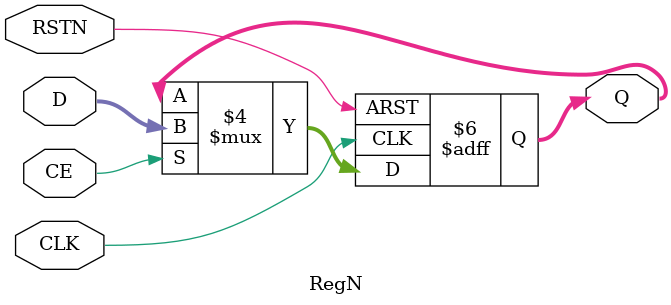
<source format=sv>

module RegN ( D, Q, CE, RSTN, CLK) /* synthesis GSR="ENABLED" */;
parameter WIDTH = 8;
parameter INITIAL_VALUE = {WIDTH{1'b0}};

input wire[(WIDTH-1):0] D;
input wire CE, RSTN, CLK;
output reg[(WIDTH-1):0] Q = INITIAL_VALUE; // Output to Chip Registers 

always @(posedge CLK or negedge RSTN) begin
	if (RSTN == 1'b0) Q <= INITIAL_VALUE;
	else Q <= (CE == 1'b1) ? D : Q;
end
endmodule
</source>
